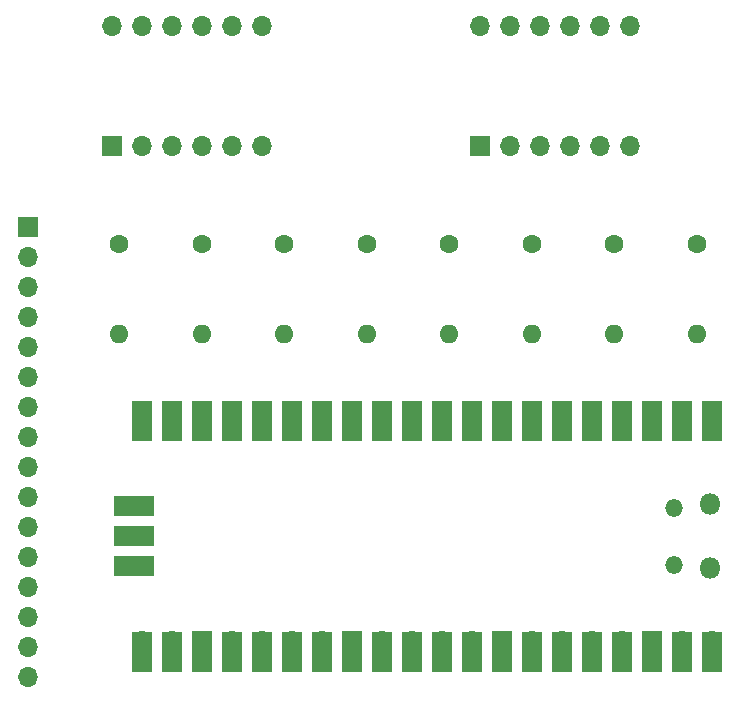
<source format=gts>
%TF.GenerationSoftware,KiCad,Pcbnew,(6.0.4)*%
%TF.CreationDate,2022-08-14T09:33:53+08:00*%
%TF.ProjectId,led_clock_board,6c65645f-636c-46f6-936b-5f626f617264,rev?*%
%TF.SameCoordinates,Original*%
%TF.FileFunction,Soldermask,Top*%
%TF.FilePolarity,Negative*%
%FSLAX46Y46*%
G04 Gerber Fmt 4.6, Leading zero omitted, Abs format (unit mm)*
G04 Created by KiCad (PCBNEW (6.0.4)) date 2022-08-14 09:33:53*
%MOMM*%
%LPD*%
G01*
G04 APERTURE LIST*
%ADD10R,1.700000X1.700000*%
%ADD11O,1.700000X1.700000*%
%ADD12C,1.600000*%
%ADD13O,1.600000X1.600000*%
%ADD14O,1.800000X1.800000*%
%ADD15O,1.500000X1.500000*%
%ADD16R,1.700000X3.500000*%
%ADD17R,3.500000X1.700000*%
G04 APERTURE END LIST*
D10*
%TO.C,LED_SEG2*%
X158225000Y-91440000D03*
D11*
X160765000Y-91440000D03*
X163305000Y-91440000D03*
X165845000Y-91440000D03*
X168385000Y-91440000D03*
X170925000Y-91440000D03*
X170925000Y-81280000D03*
X168385000Y-81280000D03*
X165845000Y-81280000D03*
X163305000Y-81280000D03*
X160765000Y-81280000D03*
X158225000Y-81280000D03*
%TD*%
D12*
%TO.C,R4*%
X155575000Y-99695000D03*
D13*
X155575000Y-107315000D03*
%TD*%
D12*
%TO.C,R3*%
X162560000Y-99695000D03*
D13*
X162560000Y-107315000D03*
%TD*%
D11*
%TO.C,J1*%
X119888000Y-136398000D03*
X119888000Y-133858000D03*
X119888000Y-131318000D03*
X119888000Y-128778000D03*
X119888000Y-126238000D03*
X119888000Y-123698000D03*
X119888000Y-121158000D03*
X119888000Y-118618000D03*
X119888000Y-116078000D03*
X119888000Y-113538000D03*
X119888000Y-110998000D03*
X119888000Y-108458000D03*
X119888000Y-105918000D03*
X119888000Y-103378000D03*
X119888000Y-100838000D03*
D10*
X119888000Y-98298000D03*
%TD*%
D12*
%TO.C,R1*%
X176530000Y-99695000D03*
D13*
X176530000Y-107315000D03*
%TD*%
D12*
%TO.C,R6*%
X141605000Y-99695000D03*
D13*
X141605000Y-107315000D03*
%TD*%
D14*
%TO.C,U1*%
X177670000Y-121735000D03*
D15*
X174640000Y-126885000D03*
X174640000Y-122035000D03*
D14*
X177670000Y-127185000D03*
D16*
X177800000Y-114670000D03*
D11*
X177800000Y-115570000D03*
X175260000Y-115570000D03*
D16*
X175260000Y-114670000D03*
D10*
X172720000Y-115570000D03*
D16*
X172720000Y-114670000D03*
D11*
X170180000Y-115570000D03*
D16*
X170180000Y-114670000D03*
X167640000Y-114670000D03*
D11*
X167640000Y-115570000D03*
D16*
X165100000Y-114670000D03*
D11*
X165100000Y-115570000D03*
X162560000Y-115570000D03*
D16*
X162560000Y-114670000D03*
D10*
X160020000Y-115570000D03*
D16*
X160020000Y-114670000D03*
X157480000Y-114670000D03*
D11*
X157480000Y-115570000D03*
X154940000Y-115570000D03*
D16*
X154940000Y-114670000D03*
X152400000Y-114670000D03*
D11*
X152400000Y-115570000D03*
D16*
X149860000Y-114670000D03*
D11*
X149860000Y-115570000D03*
D10*
X147320000Y-115570000D03*
D16*
X147320000Y-114670000D03*
X144780000Y-114670000D03*
D11*
X144780000Y-115570000D03*
X142240000Y-115570000D03*
D16*
X142240000Y-114670000D03*
D11*
X139700000Y-115570000D03*
D16*
X139700000Y-114670000D03*
X137160000Y-114670000D03*
D11*
X137160000Y-115570000D03*
D10*
X134620000Y-115570000D03*
D16*
X134620000Y-114670000D03*
X132080000Y-114670000D03*
D11*
X132080000Y-115570000D03*
D16*
X129540000Y-114670000D03*
D11*
X129540000Y-115570000D03*
X129540000Y-133350000D03*
D16*
X129540000Y-134250000D03*
X132080000Y-134250000D03*
D11*
X132080000Y-133350000D03*
D10*
X134620000Y-133350000D03*
D16*
X134620000Y-134250000D03*
X137160000Y-134250000D03*
D11*
X137160000Y-133350000D03*
X139700000Y-133350000D03*
D16*
X139700000Y-134250000D03*
X142240000Y-134250000D03*
D11*
X142240000Y-133350000D03*
X144780000Y-133350000D03*
D16*
X144780000Y-134250000D03*
D10*
X147320000Y-133350000D03*
D16*
X147320000Y-134250000D03*
X149860000Y-134250000D03*
D11*
X149860000Y-133350000D03*
X152400000Y-133350000D03*
D16*
X152400000Y-134250000D03*
D11*
X154940000Y-133350000D03*
D16*
X154940000Y-134250000D03*
X157480000Y-134250000D03*
D11*
X157480000Y-133350000D03*
D10*
X160020000Y-133350000D03*
D16*
X160020000Y-134250000D03*
D11*
X162560000Y-133350000D03*
D16*
X162560000Y-134250000D03*
D11*
X165100000Y-133350000D03*
D16*
X165100000Y-134250000D03*
X167640000Y-134250000D03*
D11*
X167640000Y-133350000D03*
X170180000Y-133350000D03*
D16*
X170180000Y-134250000D03*
X172720000Y-134250000D03*
D10*
X172720000Y-133350000D03*
D16*
X175260000Y-134250000D03*
D11*
X175260000Y-133350000D03*
X177800000Y-133350000D03*
D16*
X177800000Y-134250000D03*
D17*
X128870000Y-121920000D03*
D11*
X129770000Y-121920000D03*
D17*
X128870000Y-124460000D03*
D10*
X129770000Y-124460000D03*
D17*
X128870000Y-127000000D03*
D11*
X129770000Y-127000000D03*
%TD*%
D12*
%TO.C,R8*%
X127635000Y-99695000D03*
D13*
X127635000Y-107315000D03*
%TD*%
D12*
%TO.C,R7*%
X134620000Y-99695000D03*
D13*
X134620000Y-107315000D03*
%TD*%
D10*
%TO.C,LED_SEG1*%
X127000000Y-91440000D03*
D11*
X129540000Y-91440000D03*
X132080000Y-91440000D03*
X134620000Y-91440000D03*
X137160000Y-91440000D03*
X139700000Y-91440000D03*
X139700000Y-81280000D03*
X137160000Y-81280000D03*
X134620000Y-81280000D03*
X132080000Y-81280000D03*
X129540000Y-81280000D03*
X127000000Y-81280000D03*
%TD*%
D12*
%TO.C,R5*%
X148590000Y-99695000D03*
D13*
X148590000Y-107315000D03*
%TD*%
D12*
%TO.C,R2*%
X169545000Y-99695000D03*
D13*
X169545000Y-107315000D03*
%TD*%
M02*

</source>
